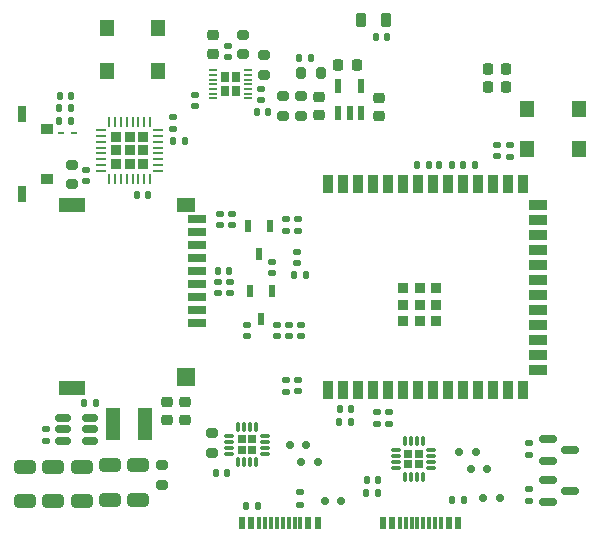
<source format=gbr>
%TF.GenerationSoftware,KiCad,Pcbnew,9.0.5*%
%TF.CreationDate,2025-10-14T15:47:48-07:00*%
%TF.ProjectId,lightspeed_r1,6c696768-7473-4706-9565-645f72312e6b,rev?*%
%TF.SameCoordinates,Original*%
%TF.FileFunction,Paste,Top*%
%TF.FilePolarity,Positive*%
%FSLAX46Y46*%
G04 Gerber Fmt 4.6, Leading zero omitted, Abs format (unit mm)*
G04 Created by KiCad (PCBNEW 9.0.5) date 2025-10-14 15:47:48*
%MOMM*%
%LPD*%
G01*
G04 APERTURE LIST*
G04 Aperture macros list*
%AMRoundRect*
0 Rectangle with rounded corners*
0 $1 Rounding radius*
0 $2 $3 $4 $5 $6 $7 $8 $9 X,Y pos of 4 corners*
0 Add a 4 corners polygon primitive as box body*
4,1,4,$2,$3,$4,$5,$6,$7,$8,$9,$2,$3,0*
0 Add four circle primitives for the rounded corners*
1,1,$1+$1,$2,$3*
1,1,$1+$1,$4,$5*
1,1,$1+$1,$6,$7*
1,1,$1+$1,$8,$9*
0 Add four rect primitives between the rounded corners*
20,1,$1+$1,$2,$3,$4,$5,0*
20,1,$1+$1,$4,$5,$6,$7,0*
20,1,$1+$1,$6,$7,$8,$9,0*
20,1,$1+$1,$8,$9,$2,$3,0*%
G04 Aperture macros list end*
%ADD10RoundRect,0.135000X-0.185000X0.135000X-0.185000X-0.135000X0.185000X-0.135000X0.185000X0.135000X0*%
%ADD11R,0.482600X1.117600*%
%ADD12RoundRect,0.150000X-0.150000X-0.200000X0.150000X-0.200000X0.150000X0.200000X-0.150000X0.200000X0*%
%ADD13R,1.230000X1.360000*%
%ADD14RoundRect,0.140000X0.170000X-0.140000X0.170000X0.140000X-0.170000X0.140000X-0.170000X-0.140000X0*%
%ADD15RoundRect,0.200000X0.200000X0.275000X-0.200000X0.275000X-0.200000X-0.275000X0.200000X-0.275000X0*%
%ADD16RoundRect,0.135000X0.135000X0.185000X-0.135000X0.185000X-0.135000X-0.185000X0.135000X-0.185000X0*%
%ADD17RoundRect,0.140000X-0.170000X0.140000X-0.170000X-0.140000X0.170000X-0.140000X0.170000X0.140000X0*%
%ADD18RoundRect,0.140000X-0.140000X-0.170000X0.140000X-0.170000X0.140000X0.170000X-0.140000X0.170000X0*%
%ADD19RoundRect,0.135000X0.185000X-0.135000X0.185000X0.135000X-0.185000X0.135000X-0.185000X-0.135000X0*%
%ADD20RoundRect,0.225000X-0.250000X0.225000X-0.250000X-0.225000X0.250000X-0.225000X0.250000X0.225000X0*%
%ADD21R,0.490000X1.160000*%
%ADD22R,0.490000X1.180000*%
%ADD23RoundRect,0.135000X-0.135000X-0.185000X0.135000X-0.185000X0.135000X0.185000X-0.135000X0.185000X0*%
%ADD24RoundRect,0.200000X0.275000X-0.200000X0.275000X0.200000X-0.275000X0.200000X-0.275000X-0.200000X0*%
%ADD25RoundRect,0.250000X-0.650000X0.325000X-0.650000X-0.325000X0.650000X-0.325000X0.650000X0.325000X0*%
%ADD26R,0.520000X0.260000*%
%ADD27RoundRect,0.140000X0.140000X0.170000X-0.140000X0.170000X-0.140000X-0.170000X0.140000X-0.170000X0*%
%ADD28RoundRect,0.232500X0.232500X-0.232500X0.232500X0.232500X-0.232500X0.232500X-0.232500X-0.232500X0*%
%ADD29RoundRect,0.062500X0.062500X-0.375000X0.062500X0.375000X-0.062500X0.375000X-0.062500X-0.375000X0*%
%ADD30RoundRect,0.062500X0.375000X-0.062500X0.375000X0.062500X-0.375000X0.062500X-0.375000X-0.062500X0*%
%ADD31RoundRect,0.150000X-0.512500X-0.150000X0.512500X-0.150000X0.512500X0.150000X-0.512500X0.150000X0*%
%ADD32RoundRect,0.182500X0.182500X-0.182500X0.182500X0.182500X-0.182500X0.182500X-0.182500X-0.182500X0*%
%ADD33RoundRect,0.075000X0.075000X-0.312500X0.075000X0.312500X-0.075000X0.312500X-0.075000X-0.312500X0*%
%ADD34RoundRect,0.075000X0.312500X-0.075000X0.312500X0.075000X-0.312500X0.075000X-0.312500X-0.075000X0*%
%ADD35RoundRect,0.225000X0.250000X-0.225000X0.250000X0.225000X-0.250000X0.225000X-0.250000X-0.225000X0*%
%ADD36R,0.550000X1.100000*%
%ADD37R,0.300000X1.100000*%
%ADD38R,0.700000X0.970000*%
%ADD39R,0.700000X0.250000*%
%ADD40RoundRect,0.225000X-0.225000X-0.250000X0.225000X-0.250000X0.225000X0.250000X-0.225000X0.250000X0*%
%ADD41RoundRect,0.200000X-0.275000X0.200000X-0.275000X-0.200000X0.275000X-0.200000X0.275000X0.200000X0*%
%ADD42RoundRect,0.218750X0.218750X0.381250X-0.218750X0.381250X-0.218750X-0.381250X0.218750X-0.381250X0*%
%ADD43RoundRect,0.150000X-0.587500X-0.150000X0.587500X-0.150000X0.587500X0.150000X-0.587500X0.150000X0*%
%ADD44R,1.600000X0.700000*%
%ADD45R,1.500000X1.200000*%
%ADD46R,2.200000X1.200000*%
%ADD47R,1.500000X1.600000*%
%ADD48R,1.300000X2.720000*%
%ADD49R,0.900000X1.500000*%
%ADD50R,1.500000X0.900000*%
%ADD51R,0.900000X0.900000*%
%ADD52R,0.800000X1.450000*%
%ADD53R,1.000000X0.900000*%
G04 APERTURE END LIST*
D10*
%TO.C,R5*%
X-500000Y7580000D03*
X-500000Y6560000D03*
%TD*%
D11*
%TO.C,U16*%
X-1835981Y6962507D03*
X-3735983Y6962507D03*
X-2785982Y4574907D03*
%TD*%
D12*
%TO.C,D4*%
X2190000Y-13020000D03*
X790000Y-13020000D03*
%TD*%
D13*
%TO.C,SW7*%
X19920000Y13480000D03*
X24280000Y13480000D03*
%TD*%
D14*
%TO.C,C15*%
X-17396875Y10765625D03*
X-17396875Y11725625D03*
%TD*%
D12*
%TO.C,D6*%
X1210000Y-11560000D03*
X-190000Y-11560000D03*
%TD*%
D11*
%TO.C,U15*%
X-1649999Y1473800D03*
X-3550001Y1473800D03*
X-2600000Y-913800D03*
%TD*%
D15*
%TO.C,R12*%
X2462500Y19880000D03*
X812500Y19880000D03*
%TD*%
D16*
%TO.C,R13*%
X14540000Y-16220000D03*
X13520000Y-16220000D03*
%TD*%
D17*
%TO.C,C21*%
X490000Y-6080000D03*
X490000Y-7040000D03*
%TD*%
D18*
%TO.C,C4*%
X-6260000Y3180000D03*
X-5300000Y3180000D03*
%TD*%
D19*
%TO.C,R24*%
X7200000Y-9787080D03*
X7200000Y-8767080D03*
%TD*%
D20*
%TO.C,C51*%
X-9030000Y-7945000D03*
X-9030000Y-9495000D03*
%TD*%
D21*
%TO.C,U4*%
X3937500Y16517500D03*
X4887500Y16517500D03*
X5837500Y16517500D03*
D22*
X5837500Y18817500D03*
X3937500Y18817500D03*
%TD*%
D23*
%TO.C,R11*%
X7310100Y-15620000D03*
X6290100Y-15620000D03*
%TD*%
D10*
%TO.C,R14*%
X720000Y-15610000D03*
X720000Y-16630000D03*
%TD*%
D24*
%TO.C,R35*%
X-18634375Y10480000D03*
X-18634375Y12130000D03*
%TD*%
D16*
%TO.C,R16*%
X15520000Y12080000D03*
X14500000Y12080000D03*
%TD*%
D14*
%TO.C,C10*%
X-20840000Y-11230000D03*
X-20840000Y-10270000D03*
%TD*%
D25*
%TO.C,C17*%
X-13000000Y-13295000D03*
X-13000000Y-16245000D03*
%TD*%
D26*
%TO.C,D7*%
X-19550000Y14790000D03*
X-18470000Y14790000D03*
%TD*%
D27*
%TO.C,C1*%
X-5500000Y-13920000D03*
X-6460000Y-13920000D03*
%TD*%
D28*
%TO.C,U13*%
X-14884375Y12195625D03*
X-13734375Y12195625D03*
X-12584375Y12195625D03*
X-14884375Y13345625D03*
X-13734375Y13345625D03*
X-12584375Y13345625D03*
X-14884375Y14495625D03*
X-13734375Y14495625D03*
X-12584375Y14495625D03*
D29*
X-15484375Y10908125D03*
X-14984375Y10908125D03*
X-14484375Y10908125D03*
X-13984375Y10908125D03*
X-13484375Y10908125D03*
X-12984375Y10908125D03*
X-12484375Y10908125D03*
X-11984375Y10908125D03*
D30*
X-11296875Y11595625D03*
X-11296875Y12095625D03*
X-11296875Y12595625D03*
X-11296875Y13095625D03*
X-11296875Y13595625D03*
X-11296875Y14095625D03*
X-11296875Y14595625D03*
X-11296875Y15095625D03*
D29*
X-11984375Y15783125D03*
X-12484375Y15783125D03*
X-12984375Y15783125D03*
X-13484375Y15783125D03*
X-13984375Y15783125D03*
X-14484375Y15783125D03*
X-14984375Y15783125D03*
X-15484375Y15783125D03*
D30*
X-16171875Y15095625D03*
X-16171875Y14595625D03*
X-16171875Y14095625D03*
X-16171875Y13595625D03*
X-16171875Y13095625D03*
X-16171875Y12595625D03*
X-16171875Y12095625D03*
X-16171875Y11595625D03*
%TD*%
D31*
%TO.C,U9*%
X-19400000Y-9320000D03*
X-19400000Y-10270000D03*
X-19400000Y-11220000D03*
X-17125000Y-11220000D03*
X-17125000Y-10270000D03*
X-17125000Y-9320000D03*
%TD*%
D18*
%TO.C,C24*%
X-17580000Y-8020000D03*
X-16620000Y-8020000D03*
%TD*%
D24*
%TO.C,R22*%
X787500Y16280000D03*
X787500Y17930000D03*
%TD*%
D14*
%TO.C,C34*%
X-5085982Y7008707D03*
X-5085982Y7968707D03*
%TD*%
D23*
%TO.C,R17*%
X12500000Y12080000D03*
X13520000Y12080000D03*
%TD*%
D17*
%TO.C,C2*%
X-3800000Y-1440000D03*
X-3800000Y-2400000D03*
%TD*%
D19*
%TO.C,R4*%
X510000Y6560000D03*
X510000Y7580000D03*
%TD*%
D13*
%TO.C,SW8*%
X19920000Y16880000D03*
X24280000Y16880000D03*
%TD*%
D14*
%TO.C,C23*%
X17390000Y12840000D03*
X17390000Y13800000D03*
%TD*%
D32*
%TO.C,U1*%
X-4250000Y-12010000D03*
X-3350000Y-12010000D03*
X-4250000Y-11110000D03*
X-3350000Y-11110000D03*
D33*
X-4550000Y-13047500D03*
X-4050000Y-13047500D03*
X-3550000Y-13047500D03*
X-3050000Y-13047500D03*
D34*
X-2312500Y-12310000D03*
X-2312500Y-11810000D03*
X-2312500Y-11310000D03*
X-2312500Y-10810000D03*
D33*
X-3050000Y-10072500D03*
X-3550000Y-10072500D03*
X-4050000Y-10072500D03*
X-4550000Y-10072500D03*
D34*
X-5287500Y-10810000D03*
X-5287500Y-11310000D03*
X-5287500Y-11810000D03*
X-5287500Y-12310000D03*
%TD*%
D14*
%TO.C,C43*%
X-5412500Y21267500D03*
X-5412500Y22227500D03*
%TD*%
D18*
%TO.C,C16*%
X-13114375Y9583125D03*
X-12154375Y9583125D03*
%TD*%
D25*
%TO.C,C12*%
X-15400000Y-13295000D03*
X-15400000Y-16245000D03*
%TD*%
D35*
%TO.C,C13*%
X7400000Y16280000D03*
X7400000Y17830000D03*
%TD*%
D32*
%TO.C,U3*%
X9862600Y-13220000D03*
X10762600Y-13220000D03*
X9862600Y-12320000D03*
X10762600Y-12320000D03*
D33*
X9562600Y-14257500D03*
X10062600Y-14257500D03*
X10562600Y-14257500D03*
X11062600Y-14257500D03*
D34*
X11800100Y-13520000D03*
X11800100Y-13020000D03*
X11800100Y-12520000D03*
X11800100Y-12020000D03*
D33*
X11062600Y-11282500D03*
X10562600Y-11282500D03*
X10062600Y-11282500D03*
X9562600Y-11282500D03*
D34*
X8825100Y-12020000D03*
X8825100Y-12520000D03*
X8825100Y-13020000D03*
X8825100Y-13520000D03*
%TD*%
D36*
%TO.C,USB1*%
X-4220000Y-18160000D03*
X-3420000Y-18160000D03*
D37*
X-2770000Y-18160000D03*
X-2270000Y-18160000D03*
X-1770000Y-18160000D03*
X-1270000Y-18160000D03*
X-770000Y-18160000D03*
X-270000Y-18160000D03*
X230000Y-18160000D03*
X730000Y-18160000D03*
D36*
X1380000Y-18160000D03*
X2180000Y-18160000D03*
%TD*%
D20*
%TO.C,C41*%
X-10549843Y-7945000D03*
X-10549843Y-9495000D03*
%TD*%
D38*
%TO.C,U12*%
X-5657500Y19535000D03*
X-5657500Y18360000D03*
X-4762500Y19535000D03*
X-4762500Y18360000D03*
D39*
X-6687500Y20147500D03*
X-6687500Y19747500D03*
X-6687500Y19347500D03*
X-6687500Y18947500D03*
X-6687500Y18547500D03*
X-6687500Y18147500D03*
X-6687500Y17747500D03*
X-3737500Y17747500D03*
X-3737500Y18147500D03*
X-3737500Y18547500D03*
X-3737500Y18947500D03*
X-3737500Y19347500D03*
X-3737500Y19747500D03*
X-3737500Y20147500D03*
%TD*%
D14*
%TO.C,C36*%
X-5244025Y1288454D03*
X-5244025Y2248454D03*
%TD*%
%TO.C,C35*%
X-6244025Y1288454D03*
X-6244025Y2248454D03*
%TD*%
%TO.C,C48*%
X400000Y3800000D03*
X400000Y4760000D03*
%TD*%
D17*
%TO.C,C47*%
X-8200000Y18060000D03*
X-8200000Y17100000D03*
%TD*%
D35*
%TO.C,C46*%
X-6662500Y21542500D03*
X-6662500Y23092500D03*
%TD*%
D25*
%TO.C,C9*%
X-20200000Y-13420000D03*
X-20200000Y-16370000D03*
%TD*%
D12*
%TO.C,D1*%
X4200000Y-16320000D03*
X2800000Y-16320000D03*
%TD*%
D14*
%TO.C,C33*%
X-6085982Y7008707D03*
X-6085982Y7968707D03*
%TD*%
D16*
%TO.C,R3*%
X-18690000Y15880000D03*
X-19710000Y15880000D03*
%TD*%
D40*
%TO.C,C5*%
X3925000Y20580000D03*
X5475000Y20580000D03*
%TD*%
D41*
%TO.C,R27*%
X-762500Y17942500D03*
X-762500Y16292500D03*
%TD*%
D12*
%TO.C,D5*%
X17620000Y-16080000D03*
X16220000Y-16080000D03*
%TD*%
D24*
%TO.C,R1*%
X-11000000Y-14970000D03*
X-11000000Y-13320000D03*
%TD*%
D13*
%TO.C,SW6*%
X-15680000Y20080000D03*
X-11320000Y20080000D03*
%TD*%
D18*
%TO.C,C27*%
X4030000Y-9670000D03*
X4990000Y-9670000D03*
%TD*%
D17*
%TO.C,C14*%
X-10034375Y16163125D03*
X-10034375Y15203125D03*
%TD*%
D42*
%TO.C,FB1*%
X8000000Y24380000D03*
X5875000Y24380000D03*
%TD*%
D43*
%TO.C,Q1*%
X21662500Y-11057500D03*
X21662500Y-12957500D03*
X23537500Y-12007500D03*
%TD*%
D44*
%TO.C,J10*%
X-8000000Y-1270000D03*
X-8000000Y-170000D03*
X-8000000Y930000D03*
X-8000000Y2030000D03*
X-8000000Y3130000D03*
X-8000000Y4230000D03*
X-8000000Y5330000D03*
X-8000000Y6430000D03*
D45*
X-9000000Y8730000D03*
D46*
X-18600000Y8730000D03*
X-18600000Y-6770000D03*
D47*
X-9000000Y-5870000D03*
D44*
X-8000000Y7530000D03*
%TD*%
D48*
%TO.C,L2*%
X-15110000Y-9850000D03*
X-12410000Y-9850000D03*
%TD*%
D17*
%TO.C,C53*%
X754734Y-1430024D03*
X754734Y-2390024D03*
%TD*%
D43*
%TO.C,Q2*%
X21662500Y-14532500D03*
X21662500Y-16432500D03*
X23537500Y-15482500D03*
%TD*%
D18*
%TO.C,C29*%
X4050000Y-8570000D03*
X5010000Y-8570000D03*
%TD*%
D23*
%TO.C,R34*%
X-10100000Y14180000D03*
X-9080000Y14180000D03*
%TD*%
D27*
%TO.C,C3*%
X7300100Y-14520000D03*
X6340100Y-14520000D03*
%TD*%
D40*
%TO.C,C18*%
X16580000Y18680000D03*
X18130000Y18680000D03*
%TD*%
D35*
%TO.C,C42*%
X2337500Y16330000D03*
X2337500Y17880000D03*
%TD*%
D18*
%TO.C,C19*%
X-19660000Y17980000D03*
X-18700000Y17980000D03*
%TD*%
D19*
%TO.C,R2*%
X-530000Y-7100000D03*
X-530000Y-6080000D03*
%TD*%
D14*
%TO.C,C56*%
X-1245266Y-2390024D03*
X-1245266Y-1430024D03*
%TD*%
D13*
%TO.C,SW3*%
X-11320000Y23680000D03*
X-15680000Y23680000D03*
%TD*%
D10*
%TO.C,R26*%
X18500000Y13830000D03*
X18500000Y12810000D03*
%TD*%
D49*
%TO.C,U14*%
X3090000Y-6970000D03*
X4360000Y-6970000D03*
X5630000Y-6970000D03*
X6900000Y-6970000D03*
X8170000Y-6970000D03*
X9440000Y-6970000D03*
X10710000Y-6970000D03*
X11980000Y-6970000D03*
X13250000Y-6970000D03*
X14520000Y-6970000D03*
X15790000Y-6970000D03*
X17060000Y-6970000D03*
X18330000Y-6970000D03*
X19600000Y-6970000D03*
D50*
X20850000Y-5205000D03*
X20850000Y-3935000D03*
X20850000Y-2665000D03*
X20850000Y-1395000D03*
X20850000Y-125000D03*
X20850000Y1145000D03*
X20850000Y2415000D03*
X20850000Y3685000D03*
X20850000Y4955000D03*
X20850000Y6225000D03*
X20850000Y7495000D03*
X20850000Y8765000D03*
D49*
X19600000Y10530000D03*
X18330000Y10530000D03*
X17060000Y10530000D03*
X15790000Y10530000D03*
X14520000Y10530000D03*
X13250000Y10530000D03*
X11980000Y10530000D03*
X10710000Y10530000D03*
X9440000Y10530000D03*
X8170000Y10530000D03*
X6900000Y10530000D03*
X5630000Y10530000D03*
X4360000Y10530000D03*
X3090000Y10530000D03*
D51*
X9410000Y-1120000D03*
X9410000Y280000D03*
X9410000Y1680000D03*
X10810000Y-1120000D03*
X10810000Y280000D03*
X10810000Y1680000D03*
X12210000Y-1120000D03*
X12210000Y280000D03*
X12210000Y1680000D03*
%TD*%
D12*
%TO.C,D3*%
X16540000Y-13640000D03*
X15140000Y-13640000D03*
%TD*%
%TO.C,D2*%
X15576931Y-12160588D03*
X14176931Y-12160588D03*
%TD*%
D27*
%TO.C,C54*%
X1160000Y2780000D03*
X200000Y2780000D03*
%TD*%
%TO.C,C22*%
X8060000Y22980000D03*
X7100000Y22980000D03*
%TD*%
D25*
%TO.C,C7*%
X-17800000Y-13420000D03*
X-17800000Y-16370000D03*
%TD*%
D52*
%TO.C,SW1*%
X-22820000Y16440000D03*
X-22820000Y9700000D03*
D53*
X-20770000Y15170000D03*
X-20770000Y10970000D03*
%TD*%
D40*
%TO.C,C8*%
X16580000Y20280000D03*
X18130000Y20280000D03*
%TD*%
D24*
%TO.C,R33*%
X-4112500Y21492500D03*
X-4112500Y23142500D03*
%TD*%
D17*
%TO.C,C45*%
X-2612500Y18577500D03*
X-2612500Y17617500D03*
%TD*%
D27*
%TO.C,C11*%
X1580000Y21180000D03*
X620000Y21180000D03*
%TD*%
D19*
%TO.C,R20*%
X20100000Y-12467500D03*
X20100000Y-11447500D03*
%TD*%
D17*
%TO.C,C26*%
X-1685982Y3940000D03*
X-1685982Y2980000D03*
%TD*%
D41*
%TO.C,R32*%
X-2362500Y21417500D03*
X-2362500Y19767500D03*
%TD*%
D24*
%TO.C,R29*%
X-6800000Y-12245000D03*
X-6800000Y-10595000D03*
%TD*%
D18*
%TO.C,C44*%
X-2992500Y16597500D03*
X-2032500Y16597500D03*
%TD*%
D23*
%TO.C,R18*%
X10580000Y12080000D03*
X11600000Y12080000D03*
%TD*%
D10*
%TO.C,R21*%
X20100000Y-15347500D03*
X20100000Y-16367500D03*
%TD*%
D36*
%TO.C,USB2*%
X7680100Y-18160000D03*
X8480100Y-18160000D03*
D37*
X9130100Y-18160000D03*
X9630100Y-18160000D03*
X10130100Y-18160000D03*
X10630100Y-18160000D03*
X11130100Y-18160000D03*
X11630100Y-18160000D03*
X12130100Y-18160000D03*
X12630100Y-18160000D03*
D36*
X13280100Y-18160000D03*
X14080100Y-18160000D03*
%TD*%
D19*
%TO.C,R25*%
X8200000Y-9787080D03*
X8200000Y-8767080D03*
%TD*%
D23*
%TO.C,R15*%
X-2840000Y-16730000D03*
X-3860000Y-16730000D03*
%TD*%
D14*
%TO.C,C57*%
X-245266Y-2370024D03*
X-245266Y-1410024D03*
%TD*%
D23*
%TO.C,R10*%
X-19720000Y16980000D03*
X-18700000Y16980000D03*
%TD*%
D25*
%TO.C,C6*%
X-22600000Y-13420000D03*
X-22600000Y-16370000D03*
%TD*%
M02*

</source>
